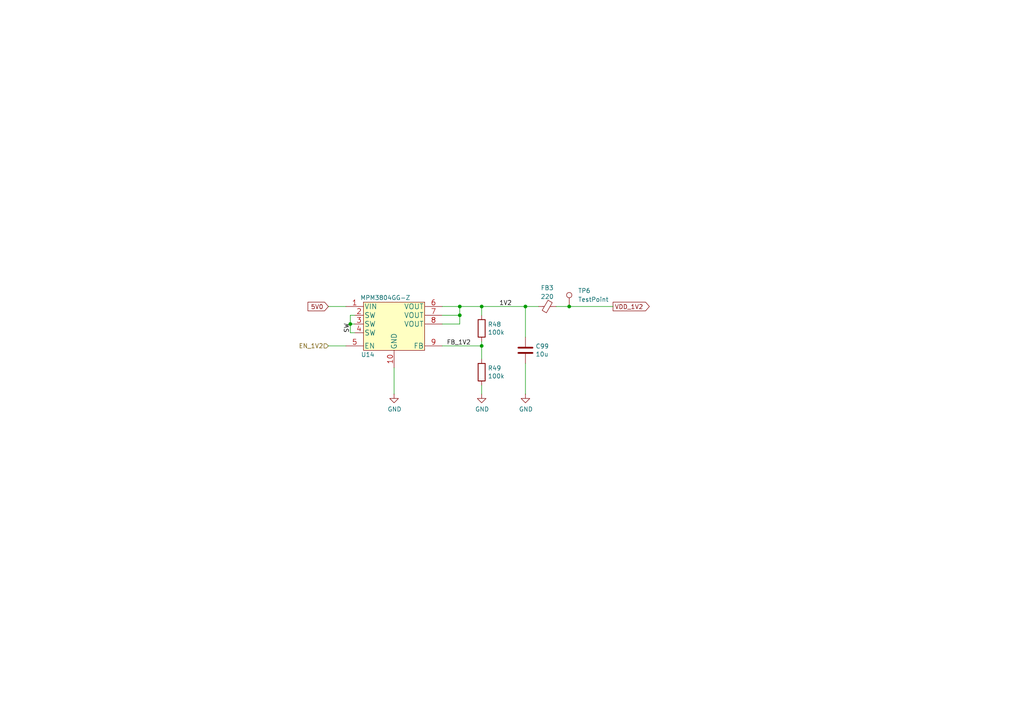
<source format=kicad_sch>
(kicad_sch (version 20231120) (generator "eeschema") (generator_version "8.0")
  (paper "A4")
  (title_block (title "Open MOtor DRiver Initiative  - Single Axis (OMODRI_SA)") (date "2025-03-07") (rev "1.0") (company "LAAS/CNRS"))
  (lib_symbols
    (symbol "Connector:TestPoint" (pin_numbers hide) (pin_names (offset 0.762) hide)
      (property "Reference" "TP" (at 0 6.858 0))
      (property "Value" "TestPoint" (at 0 5.08 0))
      (symbol "TestPoint_0_1"
        (circle (center 0 3.302) (radius 0.762))
      )
      (symbol "TestPoint_1_1"
        (pin passive line (at 0 0 90) (length 2.54) (name "1") (number "1"))
      )
    )
    (symbol "Device:C" (pin_numbers hide) (pin_names (offset 0.254))
      (property "Reference" "C" (at 0.635 2.54 0))
      (property "Value" "C" (at 0.635 -2.54 0))
      (symbol "C_0_1"
        (polyline (pts (xy -2.032 -0.762) (xy 2.032 -0.762)) (stroke (width 0.508)))
        (polyline (pts (xy -2.032 0.762) (xy 2.032 0.762)) (stroke (width 0.508)))
      )
      (symbol "C_1_1"
        (pin passive line (at 0 3.81 270) (length 2.794) (name "~") (number "1"))
        (pin passive line (at 0 -3.81 90) (length 2.794) (name "~") (number "2"))
      )
    )
    (symbol "Device:FerriteBead_Small" (pin_numbers hide) (pin_names (offset 0))
      (property "Reference" "FB" (at 1.905 1.27 0))
      (property "Value" "FerriteBead_Small" (at 1.905 -1.27 0))
      (symbol "FerriteBead_Small_0_1"
        (polyline (pts (xy 0 -1.27) (xy 0 -0.7874)))
        (polyline (pts (xy 0 0.889) (xy 0 1.2954)))
        (polyline (pts (xy -1.8288 0.2794) (xy -1.1176 1.4986) (xy 1.8288 -0.2032) (xy 1.1176 -1.4224) (xy -1.8288 0.2794)))
      )
      (symbol "FerriteBead_Small_1_1"
        (pin passive line (at 0 2.54 270) (length 1.27) (name "~") (number "1"))
        (pin passive line (at 0 -2.54 90) (length 1.27) (name "~") (number "2"))
      )
    )
    (symbol "Device:R" (pin_numbers hide) (pin_names (offset 0))
      (property "Reference" "R" (at 2.032 0 90))
      (property "Value" "R" (at 0 0 90))
      (symbol "R_0_1"
        (rectangle (start -1.016 -2.54) (end 1.016 2.54) (stroke (width 0.254)))
      )
      (symbol "R_1_1"
        (pin passive line (at 0 3.81 270) (length 1.27) (name "~") (number "1"))
        (pin passive line (at 0 -3.81 90) (length 1.27) (name "~") (number "2"))
      )
    )
    (symbol "omodri_lib:MPM3804GG" (pin_names (offset 0.254))
      (property "Reference" "U" (at -8.89 11.43 0))
      (property "Value" "MPM3804GG" (at -3.81 8.89 0))
      (symbol "MPM3804GG_1_1"
        (rectangle (start -8.89 7.62) (end 8.89 -6.35) (fill (type background)))
        (pin power_in line (at -13.97 6.35 0) (length 5.08) (name "VIN") (number "1"))
        (pin power_in line (at 0 -11.43 90) (length 5.08) (name "GND") (number "10"))
        (pin passive line (at -11.43 3.81 0) (length 2.54) (name "SW") (number "2"))
        (pin passive line (at -11.43 1.27 0) (length 2.54) (name "SW") (number "3"))
        (pin passive line (at -11.43 -1.27 0) (length 2.54) (name "SW") (number "4"))
        (pin input line (at -13.97 -5.08 0) (length 5.08) (name "EN") (number "5"))
        (pin power_out line (at 13.97 6.35 180) (length 5.08) (name "VOUT") (number "6"))
        (pin passive line (at 13.97 3.81 180) (length 5.08) (name "VOUT") (number "7"))
        (pin passive line (at 13.97 1.27 180) (length 5.08) (name "VOUT") (number "8"))
        (pin input line (at 13.97 -5.08 180) (length 5.08) (name "FB") (number "9"))
      )
    )
    (symbol "power:GND" (power) (pin_numbers hide) (pin_names (offset 0) hide)
      (property "Value" "GND" (at 0 -3.81 0))
      (symbol "GND_0_1"
        (polyline (pts (xy 0 0) (xy 0 -1.27) (xy 1.27 -1.27) (xy 0 -2.54) (xy -1.27 -1.27) (xy 0 -1.27)))
      )
      (symbol "GND_1_1"
        (pin power_in line (at 0 0 270) (length 0) (name "~") (number "1"))
      )
    )
  )
  (junction (at 133.35 88.9))
  (junction (at 133.35 91.44))
  (junction (at 165.1 88.9))
  (junction (at 139.7 88.9))
  (junction (at 152.4 88.9))
  (junction (at 139.7 100.33))
  (junction (at 101.6 93.98))
  (wire (pts (xy 152.4 97.79) (xy 152.4 88.9)))
  (wire (pts (xy 165.1 88.9) (xy 177.8 88.9)))
  (wire (pts (xy 128.27 88.9) (xy 133.35 88.9)))
  (wire (pts (xy 139.7 99.06) (xy 139.7 100.33)))
  (wire (pts (xy 156.21 88.9) (xy 152.4 88.9)))
  (wire (pts (xy 102.87 96.52) (xy 101.6 96.52)))
  (wire (pts (xy 161.29 88.9) (xy 165.1 88.9)))
  (wire (pts (xy 101.6 96.52) (xy 101.6 93.98)))
  (wire (pts (xy 133.35 93.98) (xy 133.35 91.44)))
  (wire (pts (xy 102.87 91.44) (xy 101.6 91.44)))
  (wire (pts (xy 128.27 91.44) (xy 133.35 91.44)))
  (wire (pts (xy 152.4 105.41) (xy 152.4 114.3)))
  (wire (pts (xy 95.25 88.9) (xy 100.33 88.9)))
  (wire (pts (xy 133.35 88.9) (xy 139.7 88.9)))
  (wire (pts (xy 101.6 91.44) (xy 101.6 93.98)))
  (wire (pts (xy 139.7 88.9) (xy 152.4 88.9)))
  (wire (pts (xy 133.35 91.44) (xy 133.35 88.9)))
  (wire (pts (xy 101.6 93.98) (xy 102.87 93.98)))
  (wire (pts (xy 139.7 100.33) (xy 139.7 104.14)))
  (wire (pts (xy 139.7 114.3) (xy 139.7 111.76)))
  (wire (pts (xy 128.27 93.98) (xy 133.35 93.98)))
  (wire (pts (xy 95.25 100.33) (xy 100.33 100.33)))
  (wire (pts (xy 139.7 88.9) (xy 139.7 91.44)))
  (wire (pts (xy 114.3 106.68) (xy 114.3 114.3)))
  (wire (pts (xy 128.27 100.33) (xy 139.7 100.33)))
  (label "FB_1V2" (at 129.54 100.33 0))
  (label "SW" (at 101.6 96.52 90))
  (label "1V2" (at 144.78 88.9 0))
  (global_label "5V0" (shape input) (at 95.25 88.9 180) (property "Intersheetrefs" "${INTERSHEET_REFS}" (effects (hide yes))) (property "Références Inter-Feuilles" "${INTERSHEET_REFS}" (effects (hide yes))))
  (global_label "VDD_1V2" (shape output) (at 177.8 88.9 0) (property "Intersheetrefs" "${INTERSHEET_REFS}" (effects (hide yes))) (property "Références Inter-Feuilles" "${INTERSHEET_REFS}" (effects (hide yes))))
  (hierarchical_label "EN_1V2" (shape input) (at 95.25 100.33 180))
  (symbol (lib_id "power:GND") (at 152.4 114.3 0) (unit 1)
    (property "Reference" "#PWR0147" (effects (hide yes)))
    (property "Value" "GND" (at 152.527 118.6942 0))
    (property "Description" "Power symbol creates a global label with name \"GND\" , ground" (effects (hide yes)))
  )
  (symbol (lib_id "power:GND") (at 139.7 114.3 0) (unit 1)
    (property "Reference" "#PWR0146" (effects (hide yes)))
    (property "Value" "GND" (at 139.827 118.6942 0))
    (property "Description" "Power symbol creates a global label with name \"GND\" , ground" (effects (hide yes)))
  )
  (symbol (lib_id "power:GND") (at 114.3 114.3 0) (unit 1)
    (property "Reference" "#PWR0145" (effects (hide yes)))
    (property "Value" "GND" (at 114.427 118.6942 0))
    (property "Description" "Power symbol creates a global label with name \"GND\" , ground" (effects (hide yes)))
  )
  (symbol (lib_id "Device:R") (at 139.7 107.95 0) (unit 1)
    (property "Reference" "R49" (at 141.478 106.7816 0) (effects (justify left)))
    (property "Value" "100k" (at 141.478 109.093 0) (effects (justify left)))
    (property "Footprint" "Resistor_SMD:R_0201_0603Metric" (effects (hide yes)))
    (property "Datasheet" "https://industrial.panasonic.com/sa/products/pt/general-purpose-chip-resistors/models/ERJ1GNF1003C" (effects (hide yes)))
    (property "Description" "0201, 100kΩ, 0.05W, ±1%, SMD  resistor" (effects (hide yes)))
    (property "DigiKey" "P122655CT-ND" (effects (hide yes)))
    (property "Farnell" "2302389" (effects (hide yes)))
    (property "Mouser" "667-ERJ-1GNF1003C" (effects (hide yes)))
    (property "Part No" "ERJ1GNF1003C" (effects (hide yes)))
    (property "RS" "179-7130" (effects (hide yes)))
    (property "LCSC" " C717003" (effects (hide yes)))
    (property "Manufacturer" "PANASONIC" (effects (hide yes)))
    (property "Assembling" "SMD" (effects (hide yes)))
  )
  (symbol (lib_id "Device:R") (at 139.7 95.25 0) (unit 1)
    (property "Reference" "R48" (at 141.478 94.0816 0) (effects (justify left)))
    (property "Value" "100k" (at 141.478 96.393 0) (effects (justify left)))
    (property "Footprint" "Resistor_SMD:R_0201_0603Metric" (effects (hide yes)))
    (property "Datasheet" "https://industrial.panasonic.com/sa/products/pt/general-purpose-chip-resistors/models/ERJ1GNF1003C" (effects (hide yes)))
    (property "Description" "0201, 100kΩ, 0.05W, ±1%, SMD  resistor" (effects (hide yes)))
    (property "DigiKey" "P122655CT-ND" (effects (hide yes)))
    (property "Farnell" "2302389" (effects (hide yes)))
    (property "Mouser" "667-ERJ-1GNF1003C" (effects (hide yes)))
    (property "Part No" "ERJ1GNF1003C" (effects (hide yes)))
    (property "RS" "179-7130" (effects (hide yes)))
    (property "LCSC" " C717003" (effects (hide yes)))
    (property "Manufacturer" "PANASONIC" (effects (hide yes)))
    (property "Assembling" "SMD" (effects (hide yes)))
  )
  (symbol (lib_id "omodri_lib:MPM3804GG") (at 114.3 95.25 0) (unit 1)
    (property "Reference" "U14" (at 106.68 102.87 0))
    (property "Value" "MPM3804GG-Z" (at 111.76 86.36 0))
    (property "Footprint" "udriver3:QFN-10_2x2mm_P0.5mm" (effects (hide yes)))
    (property "Datasheet" "https://www.monolithicpower.com/en/documentview/productdocument/index/version/2/document_type/Datasheet/lang/en/sku/MPM3804GG/document_id/2122/" (effects (hide yes)))
    (property "Description" "QFN-10, 2.3V to 5.5V, 0.6A, Step-Down Converter /w Integrated Inductor in Ultra-Small 2x2x0.9mm" (effects (hide yes)))
    (property "DigiKey" "1589-1982-1-ND" (effects (hide yes)))
    (property "Farnell" "3358188" (effects (hide yes)))
    (property "Mouser" "946-MPM3804GG-Z" (effects (hide yes)))
    (property "Part No" "MPM3804GG-Z" (effects (hide yes)))
    (property "LCSC" "C5799646" (effects (hide yes)))
    (property "Manufacturer" "MPS" (effects (hide yes)))
    (property "Assembling" "SMD" (effects (hide yes)))
  )
  (symbol (lib_id "Device:C") (at 152.4 101.6 0) (unit 1)
    (property "Reference" "C99" (at 155.321 100.4316 0) (effects (justify left)))
    (property "Value" "10u" (at 155.321 102.743 0) (effects (justify left)))
    (property "Footprint" "Capacitor_SMD:C_0402_1005Metric" (effects (hide yes)))
    (property "Datasheet" "https://www.murata.com/en-eu/products/productdetail?partno=GRM155R61A106ME11%23" (effects (hide yes)))
    (property "Description" "0402, 10uf, 10V,  ±20%, X5R, SMD MLCC" (effects (hide yes)))
    (property "DigiKey" "490-GRM155R61A106ME11DCT-ND" (effects (hide yes)))
    (property "Farnell" "3785802" (effects (hide yes)))
    (property "Mouser" "81-GRM155R61A106ME1D" (effects (hide yes)))
    (property "Part No" "GRM155R61A106ME11D" (effects (hide yes)))
    (property "RS" "260-8765" (effects (hide yes)))
    (property "LCSC" "C408132" (effects (hide yes)))
    (property "Manufacturer" "MURATA" (effects (hide yes)))
    (property "Assembling" "SMD" (effects (hide yes)))
  )
  (symbol (lib_id "Connector:TestPoint") (at 165.1 88.9 0) (unit 1) (in_bom no)
    (property "Reference" "TP6" (at 167.64 84.3279 0) (effects (justify left)))
    (property "Value" "TestPoint" (at 167.64 86.8679 0) (effects (justify left)))
    (property "Footprint" "TestPoint:TestPoint_Pad_D1.0mm" (effects (hide yes)))
    (property "Description" "test point" (effects (hide yes)))
    (property "Assembling" "SMD" (effects (hide yes)))
  )
  (symbol (lib_id "Device:FerriteBead_Small") (at 158.75 88.9 90) (unit 1)
    (property "Reference" "FB3" (at 158.7119 83.4984 90))
    (property "Value" "220" (at 158.7119 86.0353 90))
    (property "Footprint" "Resistor_SMD:R_0603_1608Metric" (effects (hide yes)))
    (property "Datasheet" "https://www.murata.com/en-eu/products/productdetail?partno=BLM18SG221TN1%23" (effects (hide yes)))
    (property "Description" "0603, 0.04Ω(DC), 220Ω(100MHz), ferrite bead" (effects (hide yes)))
    (property "DigiKey" "490-5225-1-ND" (effects (hide yes)))
    (property "Farnell" "1515753" (effects (hide yes)))
    (property "Mouser" "81-BLM18SG221TN1D" (effects (hide yes)))
    (property "Part No" "BLM18SG221TN1D" (effects (hide yes)))
    (property "LCSC" "C88988" (effects (hide yes)))
    (property "Manufacturer" "MURATA" (effects (hide yes)))
    (property "Assembling" "SMD" (effects (hide yes)))
  )
)
</source>
